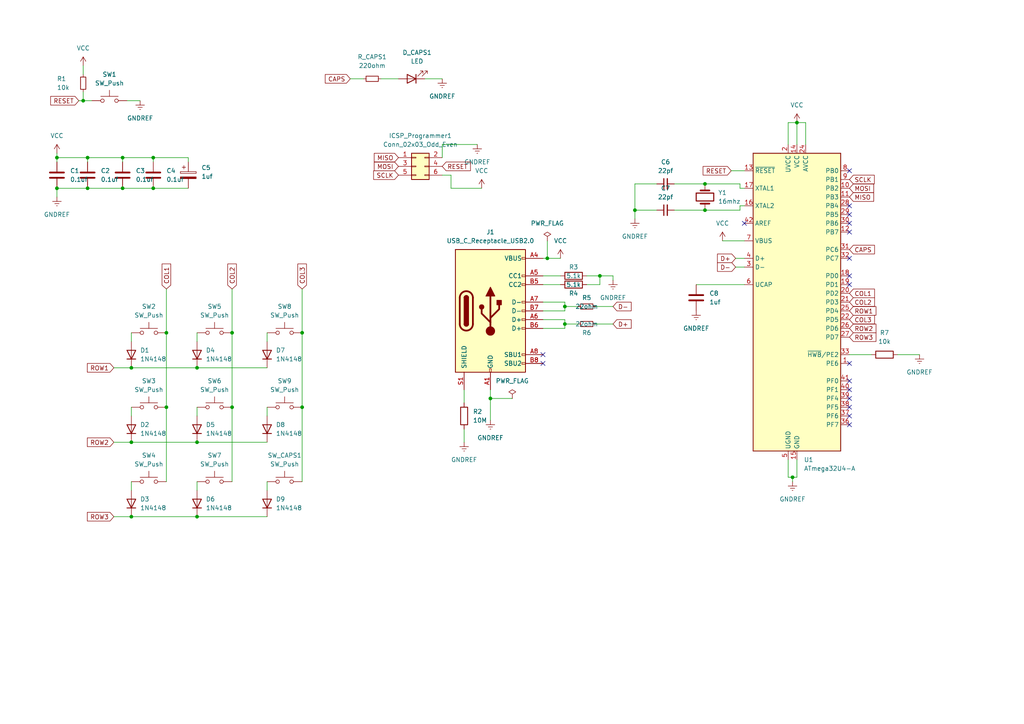
<source format=kicad_sch>
(kicad_sch (version 20211123) (generator eeschema)
  (paper "A4")
  (lib_symbols
    (symbol "Connector:USB_C_Receptacle_USB2.0" (pin_names (offset 1.016))
      (property "Reference" "J" (at -10.16 19.05 0))
      (property "Value" "USB_C_Receptacle_USB2.0" (at 19.05 19.05 0))
      (symbol "USB_C_Receptacle_USB2.0_0_0"
        (rectangle (start -0.254 -17.78) (end 0.254 -16.764))
        (rectangle (start 10.16 -14.986) (end 9.144 -15.494))
        (rectangle (start 10.16 -12.446) (end 9.144 -12.954))
        (rectangle (start 10.16 -4.826) (end 9.144 -5.334))
        (rectangle (start 10.16 -2.286) (end 9.144 -2.794))
        (rectangle (start 10.16 0.254) (end 9.144 -0.254))
        (rectangle (start 10.16 2.794) (end 9.144 2.286))
        (rectangle (start 10.16 7.874) (end 9.144 7.366))
        (rectangle (start 10.16 10.414) (end 9.144 9.906))
        (rectangle (start 10.16 15.494) (end 9.144 14.986))
      )
      (symbol "USB_C_Receptacle_USB2.0_0_1"
        (rectangle (start -10.16 17.78) (end 10.16 -17.78) (stroke (width 0.254)) (fill (type background)))
        (arc (start -8.89 -3.81) (mid -6.985 -5.715) (end -5.08 -3.81) (stroke (width 0.508)))
        (arc (start -7.62 -3.81) (mid -6.985 -4.445) (end -6.35 -3.81) (stroke (width 0.254)))
        (arc (start -7.62 -3.81) (mid -6.985 -4.445) (end -6.35 -3.81) (stroke (width 0.254)) (fill (type outline)))
        (rectangle (start -7.62 -3.81) (end -6.35 3.81) (stroke (width 0.254)) (fill (type outline)))
        (arc (start -6.35 3.81) (mid -6.985 4.445) (end -7.62 3.81) (stroke (width 0.254)))
        (arc (start -6.35 3.81) (mid -6.985 4.445) (end -7.62 3.81) (stroke (width 0.254)) (fill (type outline)))
        (arc (start -5.08 3.81) (mid -6.985 5.715) (end -8.89 3.81) (stroke (width 0.508)))
        (circle (center -2.54 1.143) (radius 0.635) (stroke (width 0.254)) (fill (type outline)))
        (circle (center 0 -5.842) (radius 1.27) (fill (type outline)))
        (polyline (pts (xy -8.89 -3.81) (xy -8.89 3.81)) (stroke (width 0.508)))
        (polyline (pts (xy -5.08 3.81) (xy -5.08 -3.81)) (stroke (width 0.508)))
        (polyline (pts (xy 0 -5.842) (xy 0 4.318)) (stroke (width 0.508)))
        (polyline (pts (xy 0 -3.302) (xy -2.54 -0.762) (xy -2.54 0.508)) (stroke (width 0.508)))
        (polyline (pts (xy 0 -2.032) (xy 2.54 0.508) (xy 2.54 1.778)) (stroke (width 0.508)))
        (polyline (pts (xy -1.27 4.318) (xy 0 6.858) (xy 1.27 4.318) (xy -1.27 4.318)) (stroke (width 0.254)) (fill (type outline)))
        (rectangle (start 1.905 1.778) (end 3.175 3.048) (stroke (width 0.254)) (fill (type outline)))
      )
      (symbol "USB_C_Receptacle_USB2.0_1_1"
        (pin passive line (at 0 -22.86 90) (length 5.08) (name "GND") (number "A1"))
        (pin passive line (at 0 -22.86 90) (length 5.08) hide (name "GND") (number "A12"))
        (pin passive line (at 15.24 15.24 180) (length 5.08) (name "VBUS") (number "A4"))
        (pin bidirectional line (at 15.24 10.16 180) (length 5.08) (name "CC1") (number "A5"))
        (pin bidirectional line (at 15.24 -2.54 180) (length 5.08) (name "D+") (number "A6"))
        (pin bidirectional line (at 15.24 2.54 180) (length 5.08) (name "D-") (number "A7"))
        (pin bidirectional line (at 15.24 -12.7 180) (length 5.08) (name "SBU1") (number "A8"))
        (pin passive line (at 15.24 15.24 180) (length 5.08) hide (name "VBUS") (number "A9"))
        (pin passive line (at 0 -22.86 90) (length 5.08) hide (name "GND") (number "B1"))
        (pin passive line (at 0 -22.86 90) (length 5.08) hide (name "GND") (number "B12"))
        (pin passive line (at 15.24 15.24 180) (length 5.08) hide (name "VBUS") (number "B4"))
        (pin bidirectional line (at 15.24 7.62 180) (length 5.08) (name "CC2") (number "B5"))
        (pin bidirectional line (at 15.24 -5.08 180) (length 5.08) (name "D+") (number "B6"))
        (pin bidirectional line (at 15.24 0 180) (length 5.08) (name "D-") (number "B7"))
        (pin bidirectional line (at 15.24 -15.24 180) (length 5.08) (name "SBU2") (number "B8"))
        (pin passive line (at 15.24 15.24 180) (length 5.08) hide (name "VBUS") (number "B9"))
        (pin passive line (at -7.62 -22.86 90) (length 5.08) (name "SHIELD") (number "S1"))
      )
    )
    (symbol "Connector_Generic:Conn_02x03_Odd_Even" (pin_names (offset 1.016) hide)
      (property "Reference" "J" (at 1.27 5.08 0))
      (property "Value" "Conn_02x03_Odd_Even" (at 1.27 -5.08 0))
      (symbol "Conn_02x03_Odd_Even_1_1"
        (rectangle (start -1.27 -2.413) (end 0 -2.667) (stroke (width 0.1524)))
        (rectangle (start -1.27 0.127) (end 0 -0.127) (stroke (width 0.1524)))
        (rectangle (start -1.27 2.667) (end 0 2.413) (stroke (width 0.1524)))
        (rectangle (start -1.27 3.81) (end 3.81 -3.81) (stroke (width 0.254)) (fill (type background)))
        (rectangle (start 3.81 -2.413) (end 2.54 -2.667) (stroke (width 0.1524)))
        (rectangle (start 3.81 0.127) (end 2.54 -0.127) (stroke (width 0.1524)))
        (rectangle (start 3.81 2.667) (end 2.54 2.413) (stroke (width 0.1524)))
        (pin passive line (at -5.08 2.54 0) (length 3.81) (name "Pin_1") (number "1"))
        (pin passive line (at 7.62 2.54 180) (length 3.81) (name "Pin_2") (number "2"))
        (pin passive line (at -5.08 0 0) (length 3.81) (name "Pin_3") (number "3"))
        (pin passive line (at 7.62 0 180) (length 3.81) (name "Pin_4") (number "4"))
        (pin passive line (at -5.08 -2.54 0) (length 3.81) (name "Pin_5") (number "5"))
        (pin passive line (at 7.62 -2.54 180) (length 3.81) (name "Pin_6") (number "6"))
      )
    )
    (symbol "Device:C" (pin_numbers hide) (pin_names (offset 0.254))
      (property "Reference" "C" (at 0.635 2.54 0))
      (property "Value" "C" (at 0.635 -2.54 0))
      (symbol "C_0_1"
        (polyline (pts (xy -2.032 -0.762) (xy 2.032 -0.762)) (stroke (width 0.508)))
        (polyline (pts (xy -2.032 0.762) (xy 2.032 0.762)) (stroke (width 0.508)))
      )
      (symbol "C_1_1"
        (pin passive line (at 0 3.81 270) (length 2.794) (name "~") (number "1"))
        (pin passive line (at 0 -3.81 90) (length 2.794) (name "~") (number "2"))
      )
    )
    (symbol "Device:C_Polarized" (pin_numbers hide) (pin_names (offset 0.254))
      (property "Reference" "C" (at 0.635 2.54 0))
      (property "Value" "C_Polarized" (at 0.635 -2.54 0))
      (symbol "C_Polarized_0_1"
        (rectangle (start -2.286 0.508) (end 2.286 1.016))
        (polyline (pts (xy -1.778 2.286) (xy -0.762 2.286)))
        (polyline (pts (xy -1.27 2.794) (xy -1.27 1.778)))
        (rectangle (start 2.286 -0.508) (end -2.286 -1.016) (fill (type outline)))
      )
      (symbol "C_Polarized_1_1"
        (pin passive line (at 0 3.81 270) (length 2.794) (name "~") (number "1"))
        (pin passive line (at 0 -3.81 90) (length 2.794) (name "~") (number "2"))
      )
    )
    (symbol "Device:C_Small" (pin_numbers hide) (pin_names (offset 0.254) hide)
      (property "Reference" "C" (at 0.254 1.778 0))
      (property "Value" "C_Small" (at 0.254 -2.032 0))
      (symbol "C_Small_0_1"
        (polyline (pts (xy -1.524 -0.508) (xy 1.524 -0.508)) (stroke (width 0.3302)))
        (polyline (pts (xy -1.524 0.508) (xy 1.524 0.508)) (stroke (width 0.3048)))
      )
      (symbol "C_Small_1_1"
        (pin passive line (at 0 2.54 270) (length 2.032) (name "~") (number "1"))
        (pin passive line (at 0 -2.54 90) (length 2.032) (name "~") (number "2"))
      )
    )
    (symbol "Device:Crystal" (pin_numbers hide) (pin_names (offset 1.016) hide)
      (property "Reference" "Y" (at 0 3.81 0))
      (property "Value" "Crystal" (at 0 -3.81 0))
      (symbol "Crystal_0_1"
        (rectangle (start -1.143 2.54) (end 1.143 -2.54) (stroke (width 0.3048)))
        (polyline (pts (xy -2.54 0) (xy -1.905 0)))
        (polyline (pts (xy -1.905 -1.27) (xy -1.905 1.27)) (stroke (width 0.508)))
        (polyline (pts (xy 1.905 -1.27) (xy 1.905 1.27)) (stroke (width 0.508)))
        (polyline (pts (xy 2.54 0) (xy 1.905 0)))
      )
      (symbol "Crystal_1_1"
        (pin passive line (at -3.81 0 0) (length 1.27) (name "1") (number "1"))
        (pin passive line (at 3.81 0 180) (length 1.27) (name "2") (number "2"))
      )
    )
    (symbol "Device:LED" (pin_numbers hide) (pin_names (offset 1.016) hide)
      (property "Reference" "D" (at 0 2.54 0))
      (property "Value" "LED" (at 0 -2.54 0))
      (symbol "LED_0_1"
        (polyline (pts (xy -1.27 -1.27) (xy -1.27 1.27)) (stroke (width 0.254)))
        (polyline (pts (xy -1.27 0) (xy 1.27 0)))
        (polyline (pts (xy 1.27 -1.27) (xy 1.27 1.27) (xy -1.27 0) (xy 1.27 -1.27)) (stroke (width 0.254)))
        (polyline (pts (xy -3.048 -0.762) (xy -4.572 -2.286) (xy -3.81 -2.286) (xy -4.572 -2.286) (xy -4.572 -1.524)))
        (polyline (pts (xy -1.778 -0.762) (xy -3.302 -2.286) (xy -2.54 -2.286) (xy -3.302 -2.286) (xy -3.302 -1.524)))
      )
      (symbol "LED_1_1"
        (pin passive line (at -3.81 0 0) (length 2.54) (name "K") (number "1"))
        (pin passive line (at 3.81 0 180) (length 2.54) (name "A") (number "2"))
      )
    )
    (symbol "Device:R" (pin_numbers hide) (pin_names (offset 0))
      (property "Reference" "R" (at 2.032 0 90))
      (property "Value" "R" (at 0 0 90))
      (symbol "R_0_1"
        (rectangle (start -1.016 -2.54) (end 1.016 2.54) (stroke (width 0.254)))
      )
      (symbol "R_1_1"
        (pin passive line (at 0 3.81 270) (length 1.27) (name "~") (number "1"))
        (pin passive line (at 0 -3.81 90) (length 1.27) (name "~") (number "2"))
      )
    )
    (symbol "Device:R_Small" (pin_numbers hide) (pin_names (offset 0.254) hide)
      (property "Reference" "R" (at 0.762 0.508 0))
      (property "Value" "R_Small" (at 0.762 -1.016 0))
      (symbol "R_Small_0_1"
        (rectangle (start -0.762 1.778) (end 0.762 -1.778) (stroke (width 0.2032)))
      )
      (symbol "R_Small_1_1"
        (pin passive line (at 0 2.54 270) (length 0.762) (name "~") (number "1"))
        (pin passive line (at 0 -2.54 90) (length 0.762) (name "~") (number "2"))
      )
    )
    (symbol "Diode:1N4148" (pin_numbers hide) (pin_names (offset 1.016) hide)
      (property "Reference" "D" (at 0 2.54 0))
      (property "Value" "1N4148" (at 0 -2.54 0))
      (symbol "1N4148_0_1"
        (polyline (pts (xy -1.27 1.27) (xy -1.27 -1.27)) (stroke (width 0.254)))
        (polyline (pts (xy 1.27 0) (xy -1.27 0)))
        (polyline (pts (xy 1.27 1.27) (xy 1.27 -1.27) (xy -1.27 0) (xy 1.27 1.27)) (stroke (width 0.254)))
      )
      (symbol "1N4148_1_1"
        (pin passive line (at -3.81 0 0) (length 2.54) (name "K") (number "1"))
        (pin passive line (at 3.81 0 180) (length 2.54) (name "A") (number "2"))
      )
    )
    (symbol "MCU_Microchip_ATmega:ATmega32U4-A"
      (property "Reference" "U" (at -12.7 44.45 0))
      (property "Value" "ATmega32U4-A" (at 2.54 -44.45 0))
      (symbol "ATmega32U4-A_0_1"
        (rectangle (start -12.7 -43.18) (end 12.7 43.18) (stroke (width 0.254)) (fill (type background)))
      )
      (symbol "ATmega32U4-A_1_1"
        (pin bidirectional line (at 15.24 -17.78 180) (length 2.54) (name "PE6") (number "1"))
        (pin bidirectional line (at 15.24 33.02 180) (length 2.54) (name "PB2") (number "10"))
        (pin bidirectional line (at 15.24 30.48 180) (length 2.54) (name "PB3") (number "11"))
        (pin bidirectional line (at 15.24 20.32 180) (length 2.54) (name "PB7") (number "12"))
        (pin input line (at -15.24 38.1 0) (length 2.54) (name "~{RESET}") (number "13"))
        (pin power_in line (at 0 45.72 270) (length 2.54) (name "VCC") (number "14"))
        (pin power_in line (at 0 -45.72 90) (length 2.54) (name "GND") (number "15"))
        (pin output line (at -15.24 27.94 0) (length 2.54) (name "XTAL2") (number "16"))
        (pin input line (at -15.24 33.02 0) (length 2.54) (name "XTAL1") (number "17"))
        (pin bidirectional line (at 15.24 7.62 180) (length 2.54) (name "PD0") (number "18"))
        (pin bidirectional line (at 15.24 5.08 180) (length 2.54) (name "PD1") (number "19"))
        (pin power_in line (at -2.54 45.72 270) (length 2.54) (name "UVCC") (number "2"))
        (pin bidirectional line (at 15.24 2.54 180) (length 2.54) (name "PD2") (number "20"))
        (pin bidirectional line (at 15.24 0 180) (length 2.54) (name "PD3") (number "21"))
        (pin bidirectional line (at 15.24 -5.08 180) (length 2.54) (name "PD5") (number "22"))
        (pin passive line (at 0 -45.72 90) (length 2.54) hide (name "GND") (number "23"))
        (pin power_in line (at 2.54 45.72 270) (length 2.54) (name "AVCC") (number "24"))
        (pin bidirectional line (at 15.24 -2.54 180) (length 2.54) (name "PD4") (number "25"))
        (pin bidirectional line (at 15.24 -7.62 180) (length 2.54) (name "PD6") (number "26"))
        (pin bidirectional line (at 15.24 -10.16 180) (length 2.54) (name "PD7") (number "27"))
        (pin bidirectional line (at 15.24 27.94 180) (length 2.54) (name "PB4") (number "28"))
        (pin bidirectional line (at 15.24 25.4 180) (length 2.54) (name "PB5") (number "29"))
        (pin bidirectional line (at -15.24 10.16 0) (length 2.54) (name "D-") (number "3"))
        (pin bidirectional line (at 15.24 22.86 180) (length 2.54) (name "PB6") (number "30"))
        (pin bidirectional line (at 15.24 15.24 180) (length 2.54) (name "PC6") (number "31"))
        (pin bidirectional line (at 15.24 12.7 180) (length 2.54) (name "PC7") (number "32"))
        (pin bidirectional line (at 15.24 -15.24 180) (length 2.54) (name "~{HWB}/PE2") (number "33"))
        (pin passive line (at 0 45.72 270) (length 2.54) hide (name "VCC") (number "34"))
        (pin passive line (at 0 -45.72 90) (length 2.54) hide (name "GND") (number "35"))
        (pin bidirectional line (at 15.24 -35.56 180) (length 2.54) (name "PF7") (number "36"))
        (pin bidirectional line (at 15.24 -33.02 180) (length 2.54) (name "PF6") (number "37"))
        (pin bidirectional line (at 15.24 -30.48 180) (length 2.54) (name "PF5") (number "38"))
        (pin bidirectional line (at 15.24 -27.94 180) (length 2.54) (name "PF4") (number "39"))
        (pin bidirectional line (at -15.24 12.7 0) (length 2.54) (name "D+") (number "4"))
        (pin bidirectional line (at 15.24 -25.4 180) (length 2.54) (name "PF1") (number "40"))
        (pin bidirectional line (at 15.24 -22.86 180) (length 2.54) (name "PF0") (number "41"))
        (pin passive line (at -15.24 22.86 0) (length 2.54) (name "AREF") (number "42"))
        (pin passive line (at 0 -45.72 90) (length 2.54) hide (name "GND") (number "43"))
        (pin passive line (at 2.54 45.72 270) (length 2.54) hide (name "AVCC") (number "44"))
        (pin passive line (at -2.54 -45.72 90) (length 2.54) (name "UGND") (number "5"))
        (pin passive line (at -15.24 5.08 0) (length 2.54) (name "UCAP") (number "6"))
        (pin input line (at -15.24 17.78 0) (length 2.54) (name "VBUS") (number "7"))
        (pin bidirectional line (at 15.24 38.1 180) (length 2.54) (name "PB0") (number "8"))
        (pin bidirectional line (at 15.24 35.56 180) (length 2.54) (name "PB1") (number "9"))
      )
    )
    (symbol "Switch:SW_Push" (pin_numbers hide) (pin_names (offset 1.016) hide)
      (property "Reference" "SW" (at 1.27 2.54 0))
      (property "Value" "SW_Push" (at 0 -1.524 0))
      (symbol "SW_Push_0_1"
        (circle (center -2.032 0) (radius 0.508))
        (polyline (pts (xy 0 1.27) (xy 0 3.048)))
        (polyline (pts (xy 2.54 1.27) (xy -2.54 1.27)))
        (circle (center 2.032 0) (radius 0.508))
        (pin passive line (at -5.08 0 0) (length 2.54) (name "1") (number "1"))
        (pin passive line (at 5.08 0 180) (length 2.54) (name "2") (number "2"))
      )
    )
    (symbol "power:GNDREF" (power) (pin_names (offset 0))
      (property "Value" "GNDREF" (at 0 -3.81 0))
      (symbol "GNDREF_0_1"
        (polyline (pts (xy -0.635 -1.905) (xy 0.635 -1.905)))
        (polyline (pts (xy -0.127 -2.54) (xy 0.127 -2.54)))
        (polyline (pts (xy 0 -1.27) (xy 0 0)))
        (polyline (pts (xy 1.27 -1.27) (xy -1.27 -1.27)))
      )
      (symbol "GNDREF_1_1"
        (pin power_in line (at 0 0 270) (length 0) hide (name "GNDREF") (number "1"))
      )
    )
    (symbol "power:PWR_FLAG" (power) (pin_numbers hide) (pin_names (offset 0) hide)
      (property "Value" "PWR_FLAG" (at 0 3.81 0))
      (symbol "PWR_FLAG_0_0"
        (pin power_out line (at 0 0 90) (length 0) (name "pwr") (number "1"))
      )
      (symbol "PWR_FLAG_0_1"
        (polyline (pts (xy 0 0) (xy 0 1.27) (xy -1.016 1.905) (xy 0 2.54) (xy 1.016 1.905) (xy 0 1.27)))
      )
    )
    (symbol "power:VCC" (power) (pin_names (offset 0))
      (property "Value" "VCC" (at 0 3.81 0))
      (symbol "VCC_0_1"
        (polyline (pts (xy -0.762 1.27) (xy 0 2.54)))
        (polyline (pts (xy 0 0) (xy 0 2.54)))
        (polyline (pts (xy 0 2.54) (xy 0.762 1.27)))
      )
      (symbol "VCC_1_1"
        (pin power_in line (at 0 0 90) (length 0) hide (name "VCC") (number "1"))
      )
    )
  )
  (junction (at 163.83 93.98))
  (junction (at 87.63 96.52))
  (junction (at 67.31 96.52))
  (junction (at 25.4 45.72))
  (junction (at 204.47 53.34))
  (junction (at 48.26 118.11))
  (junction (at 57.15 128.27))
  (junction (at 44.45 54.61))
  (junction (at 16.51 54.61))
  (junction (at 57.15 106.68))
  (junction (at 184.15 60.96))
  (junction (at 173.99 80.01))
  (junction (at 25.4 54.61))
  (junction (at 87.63 118.11))
  (junction (at 163.83 88.9))
  (junction (at 229.87 138.43))
  (junction (at 142.24 115.57))
  (junction (at 38.1 149.86))
  (junction (at 231.14 35.56))
  (junction (at 57.15 149.86))
  (junction (at 35.56 45.72))
  (junction (at 38.1 128.27))
  (junction (at 44.45 45.72))
  (junction (at 67.31 118.11))
  (junction (at 24.13 29.21))
  (junction (at 204.47 60.96))
  (junction (at 38.1 106.68))
  (junction (at 16.51 45.72))
  (junction (at 158.75 74.93))
  (junction (at 48.26 96.52))
  (junction (at 35.56 54.61))
  (no_connect (at 157.48 102.87))
  (no_connect (at 157.48 105.41))
  (no_connect (at 215.9 64.77))
  (no_connect (at 246.38 82.55))
  (no_connect (at 246.38 80.01))
  (no_connect (at 246.38 74.93))
  (no_connect (at 246.38 59.69))
  (no_connect (at 246.38 120.65))
  (no_connect (at 246.38 123.19))
  (no_connect (at 246.38 118.11))
  (no_connect (at 246.38 110.49))
  (no_connect (at 246.38 113.03))
  (no_connect (at 246.38 115.57))
  (no_connect (at 246.38 62.23))
  (no_connect (at 246.38 64.77))
  (no_connect (at 246.38 67.31))
  (no_connect (at 246.38 105.41))
  (no_connect (at 246.38 49.53))
  (wire (pts (xy 130.81 50.8) (xy 130.81 54.61)))
  (wire (pts (xy 24.13 19.05) (xy 24.13 21.59)))
  (wire (pts (xy 228.6 41.91) (xy 228.6 35.56)))
  (wire (pts (xy 35.56 45.72) (xy 44.45 45.72)))
  (wire (pts (xy 158.75 74.93) (xy 162.56 74.93)))
  (wire (pts (xy 172.72 88.9) (xy 177.8 88.9)))
  (wire (pts (xy 38.1 128.27) (xy 57.15 128.27)))
  (wire (pts (xy 25.4 45.72) (xy 25.4 46.99)))
  (wire (pts (xy 177.8 80.01) (xy 177.8 81.28)))
  (wire (pts (xy 158.75 69.85) (xy 158.75 74.93)))
  (wire (pts (xy 215.9 54.61) (xy 214.63 54.61)))
  (wire (pts (xy 77.47 139.7) (xy 77.47 142.24)))
  (wire (pts (xy 77.47 96.52) (xy 77.47 99.06)))
  (wire (pts (xy 142.24 113.03) (xy 142.24 115.57)))
  (wire (pts (xy 123.19 22.86) (xy 128.27 22.86)))
  (wire (pts (xy 139.7 54.61) (xy 130.81 54.61)))
  (wire (pts (xy 36.83 29.21) (xy 40.64 29.21)))
  (wire (pts (xy 57.15 139.7) (xy 57.15 142.24)))
  (wire (pts (xy 231.14 138.43) (xy 229.87 138.43)))
  (wire (pts (xy 184.15 60.96) (xy 184.15 63.5)))
  (wire (pts (xy 163.83 93.98) (xy 167.64 93.98)))
  (wire (pts (xy 44.45 45.72) (xy 54.61 45.72)))
  (wire (pts (xy 214.63 59.69) (xy 214.63 60.96)))
  (wire (pts (xy 212.09 49.53) (xy 215.9 49.53)))
  (wire (pts (xy 170.18 80.01) (xy 173.99 80.01)))
  (wire (pts (xy 260.35 102.87) (xy 266.7 102.87)))
  (wire (pts (xy 213.36 77.47) (xy 215.9 77.47)))
  (wire (pts (xy 157.48 80.01) (xy 162.56 80.01)))
  (wire (pts (xy 22.86 29.21) (xy 24.13 29.21)))
  (wire (pts (xy 172.72 93.98) (xy 177.8 93.98)))
  (wire (pts (xy 163.83 92.71) (xy 163.83 93.98)))
  (wire (pts (xy 215.9 59.69) (xy 214.63 59.69)))
  (wire (pts (xy 38.1 149.86) (xy 57.15 149.86)))
  (wire (pts (xy 87.63 83.82) (xy 87.63 96.52)))
  (wire (pts (xy 228.6 138.43) (xy 229.87 138.43)))
  (wire (pts (xy 184.15 60.96) (xy 190.5 60.96)))
  (wire (pts (xy 25.4 45.72) (xy 35.56 45.72)))
  (wire (pts (xy 110.49 22.86) (xy 115.57 22.86)))
  (wire (pts (xy 25.4 54.61) (xy 35.56 54.61)))
  (wire (pts (xy 170.18 82.55) (xy 173.99 82.55)))
  (wire (pts (xy 48.26 96.52) (xy 48.26 118.11)))
  (wire (pts (xy 190.5 53.34) (xy 184.15 53.34)))
  (wire (pts (xy 157.48 87.63) (xy 163.83 87.63)))
  (wire (pts (xy 157.48 92.71) (xy 163.83 92.71)))
  (wire (pts (xy 229.87 138.43) (xy 229.87 139.7)))
  (wire (pts (xy 163.83 95.25) (xy 163.83 93.98)))
  (wire (pts (xy 57.15 106.68) (xy 77.47 106.68)))
  (wire (pts (xy 228.6 133.35) (xy 228.6 138.43)))
  (wire (pts (xy 173.99 80.01) (xy 177.8 80.01)))
  (wire (pts (xy 231.14 35.56) (xy 231.14 41.91)))
  (wire (pts (xy 16.51 45.72) (xy 25.4 45.72)))
  (wire (pts (xy 128.27 41.91) (xy 128.27 45.72)))
  (wire (pts (xy 33.02 149.86) (xy 38.1 149.86)))
  (wire (pts (xy 33.02 128.27) (xy 38.1 128.27)))
  (wire (pts (xy 128.27 50.8) (xy 130.81 50.8)))
  (wire (pts (xy 233.68 35.56) (xy 231.14 35.56)))
  (wire (pts (xy 138.43 41.91) (xy 128.27 41.91)))
  (wire (pts (xy 134.62 113.03) (xy 134.62 116.84)))
  (wire (pts (xy 35.56 45.72) (xy 35.56 46.99)))
  (wire (pts (xy 163.83 90.17) (xy 163.83 88.9)))
  (wire (pts (xy 246.38 102.87) (xy 252.73 102.87)))
  (wire (pts (xy 142.24 115.57) (xy 148.59 115.57)))
  (wire (pts (xy 214.63 60.96) (xy 204.47 60.96)))
  (wire (pts (xy 213.36 74.93) (xy 215.9 74.93)))
  (wire (pts (xy 157.48 74.93) (xy 158.75 74.93)))
  (wire (pts (xy 214.63 53.34) (xy 204.47 53.34)))
  (wire (pts (xy 67.31 118.11) (xy 67.31 139.7)))
  (wire (pts (xy 101.6 22.86) (xy 105.41 22.86)))
  (wire (pts (xy 184.15 53.34) (xy 184.15 60.96)))
  (wire (pts (xy 38.1 96.52) (xy 38.1 99.06)))
  (wire (pts (xy 228.6 35.56) (xy 231.14 35.56)))
  (wire (pts (xy 157.48 95.25) (xy 163.83 95.25)))
  (wire (pts (xy 195.58 60.96) (xy 204.47 60.96)))
  (wire (pts (xy 38.1 106.68) (xy 57.15 106.68)))
  (wire (pts (xy 67.31 83.82) (xy 67.31 96.52)))
  (wire (pts (xy 142.24 115.57) (xy 142.24 121.92)))
  (wire (pts (xy 87.63 96.52) (xy 87.63 118.11)))
  (wire (pts (xy 201.93 82.55) (xy 215.9 82.55)))
  (wire (pts (xy 57.15 96.52) (xy 57.15 99.06)))
  (wire (pts (xy 57.15 118.11) (xy 57.15 120.65)))
  (wire (pts (xy 163.83 87.63) (xy 163.83 88.9)))
  (wire (pts (xy 33.02 106.68) (xy 38.1 106.68)))
  (wire (pts (xy 209.55 69.85) (xy 215.9 69.85)))
  (wire (pts (xy 231.14 133.35) (xy 231.14 138.43)))
  (wire (pts (xy 16.51 45.72) (xy 16.51 46.99)))
  (wire (pts (xy 157.48 82.55) (xy 162.56 82.55)))
  (wire (pts (xy 214.63 54.61) (xy 214.63 53.34)))
  (wire (pts (xy 48.26 83.82) (xy 48.26 96.52)))
  (wire (pts (xy 67.31 96.52) (xy 67.31 118.11)))
  (wire (pts (xy 87.63 118.11) (xy 87.63 139.7)))
  (wire (pts (xy 24.13 26.67) (xy 24.13 29.21)))
  (wire (pts (xy 44.45 45.72) (xy 44.45 46.99)))
  (wire (pts (xy 77.47 118.11) (xy 77.47 120.65)))
  (wire (pts (xy 134.62 124.46) (xy 134.62 128.27)))
  (wire (pts (xy 38.1 118.11) (xy 38.1 120.65)))
  (wire (pts (xy 163.83 88.9) (xy 167.64 88.9)))
  (wire (pts (xy 54.61 45.72) (xy 54.61 46.99)))
  (wire (pts (xy 24.13 29.21) (xy 26.67 29.21)))
  (wire (pts (xy 16.51 54.61) (xy 25.4 54.61)))
  (wire (pts (xy 173.99 82.55) (xy 173.99 80.01)))
  (wire (pts (xy 57.15 128.27) (xy 77.47 128.27)))
  (wire (pts (xy 38.1 139.7) (xy 38.1 142.24)))
  (wire (pts (xy 57.15 149.86) (xy 77.47 149.86)))
  (wire (pts (xy 16.51 44.45) (xy 16.51 45.72)))
  (wire (pts (xy 157.48 90.17) (xy 163.83 90.17)))
  (wire (pts (xy 35.56 54.61) (xy 44.45 54.61)))
  (wire (pts (xy 16.51 54.61) (xy 16.51 57.15)))
  (wire (pts (xy 44.45 54.61) (xy 54.61 54.61)))
  (wire (pts (xy 195.58 53.34) (xy 204.47 53.34)))
  (wire (pts (xy 233.68 41.91) (xy 233.68 35.56)))
  (wire (pts (xy 48.26 118.11) (xy 48.26 139.7)))
  (global_label "RESET" (shape input) (at 212.09 49.53 180) (property "Intersheet References" "${INTERSHEET_REFS}" (effects hide)))
  (global_label "COL3" (shape input) (at 246.38 92.71 0) (property "Intersheet References" "${INTERSHEET_REFS}" (effects hide)))
  (global_label "CAPS" (shape input) (at 246.38 72.39 0) (property "Intersheet References" "${INTERSHEET_REFS}" (effects hide)))
  (global_label "D-" (shape input) (at 177.8 88.9 0) (property "Intersheet References" "${INTERSHEET_REFS}" (effects hide)))
  (global_label "ROW2" (shape input) (at 246.38 95.25 0) (property "Intersheet References" "${INTERSHEET_REFS}" (effects hide)))
  (global_label "COL1" (shape input) (at 246.38 85.09 0) (property "Intersheet References" "${INTERSHEET_REFS}" (effects hide)))
  (global_label "D-" (shape input) (at 213.36 77.47 180) (property "Intersheet References" "${INTERSHEET_REFS}" (effects hide)))
  (global_label "ROW2" (shape input) (at 33.02 128.27 180) (property "Intersheet References" "${INTERSHEET_REFS}" (effects hide)))
  (global_label "COL3" (shape input) (at 87.63 83.82 90) (property "Intersheet References" "${INTERSHEET_REFS}" (effects hide)))
  (global_label "CAPS" (shape input) (at 101.6 22.86 180) (property "Intersheet References" "${INTERSHEET_REFS}" (effects hide)))
  (global_label "SCLK" (shape input) (at 246.38 52.07 0) (property "Intersheet References" "${INTERSHEET_REFS}" (effects hide)))
  (global_label "ROW1" (shape input) (at 33.02 106.68 180) (property "Intersheet References" "${INTERSHEET_REFS}" (effects hide)))
  (global_label "D+" (shape input) (at 177.8 93.98 0) (property "Intersheet References" "${INTERSHEET_REFS}" (effects hide)))
  (global_label "COL1" (shape input) (at 48.26 83.82 90) (property "Intersheet References" "${INTERSHEET_REFS}" (effects hide)))
  (global_label "COL2" (shape input) (at 246.38 87.63 0) (property "Intersheet References" "${INTERSHEET_REFS}" (effects hide)))
  (global_label "RESET" (shape input) (at 128.27 48.26 0) (property "Intersheet References" "${INTERSHEET_REFS}" (effects hide)))
  (global_label "ROW1" (shape input) (at 246.38 90.17 0) (property "Intersheet References" "${INTERSHEET_REFS}" (effects hide)))
  (global_label "ROW3" (shape input) (at 246.38 97.79 0) (property "Intersheet References" "${INTERSHEET_REFS}" (effects hide)))
  (global_label "MISO" (shape input) (at 115.57 45.72 180) (property "Intersheet References" "${INTERSHEET_REFS}" (effects hide)))
  (global_label "MOSI" (shape input) (at 115.57 48.26 180) (property "Intersheet References" "${INTERSHEET_REFS}" (effects hide)))
  (global_label "SCLK" (shape input) (at 115.57 50.8 180) (property "Intersheet References" "${INTERSHEET_REFS}" (effects hide)))
  (global_label "MOSI" (shape input) (at 246.38 54.61 0) (property "Intersheet References" "${INTERSHEET_REFS}" (effects hide)))
  (global_label "MISO" (shape input) (at 246.38 57.15 0) (property "Intersheet References" "${INTERSHEET_REFS}" (effects hide)))
  (global_label "COL2" (shape input) (at 67.31 83.82 90) (property "Intersheet References" "${INTERSHEET_REFS}" (effects hide)))
  (global_label "RESET" (shape input) (at 22.86 29.21 180) (property "Intersheet References" "${INTERSHEET_REFS}" (effects hide)))
  (global_label "D+" (shape input) (at 213.36 74.93 180) (property "Intersheet References" "${INTERSHEET_REFS}" (effects hide)))
  (global_label "ROW3" (shape input) (at 33.02 149.86 180) (property "Intersheet References" "${INTERSHEET_REFS}" (effects hide)))
  (symbol (lib_id "Switch:SW_Push") (at 82.55 96.52 0) (unit 1)
    (property "Reference" "SW8" (at 82.55 88.9 0))
    (property "Value" "SW_Push" (at 82.55 91.44 0))
    (property "Footprint" "Button_Switch_THT:SW_PUSH_6mm" (effects hide))
  )
  (symbol (lib_id "power:VCC") (at 209.55 69.85 0) (unit 1)
    (property "Reference" "#PWR011" (effects hide))
    (property "Value" "VCC" (at 209.55 64.77 0))
  )
  (symbol (lib_id "power:GNDREF") (at 138.43 41.91 0) (unit 1)
    (property "Reference" "#PWR?" (effects hide))
    (property "Value" "GNDREF" (at 138.43 46.99 0))
  )
  (symbol (lib_id "MCU_Microchip_ATmega:ATmega32U4-A") (at 231.14 87.63 0) (unit 1)
    (property "Reference" "U1" (at 233.1594 133.35 0) (effects (justify left)))
    (property "Value" "ATmega32U4-A" (at 233.1594 135.89 0) (effects (justify left)))
    (property "Footprint" "Package_QFP:TQFP-44_10x10mm_P0.8mm" (effects hide))
    (property "Datasheet" "http://ww1.microchip.com/downloads/en/DeviceDoc/Atmel-7766-8-bit-AVR-ATmega16U4-32U4_Datasheet.pdf" (effects hide))
  )
  (symbol (lib_id "Device:C") (at 25.4 50.8 0) (unit 1)
    (property "Reference" "C2" (at 29.21 49.5299 0) (effects (justify left)))
    (property "Value" "0.1uf" (at 29.21 52.0699 0) (effects (justify left)))
    (property "Footprint" "Capacitor_THT:C_Disc_D3.0mm_W1.6mm_P2.50mm" (effects hide))
  )
  (symbol (lib_id "Switch:SW_Push") (at 82.55 139.7 0) (unit 1)
    (property "Reference" "SW_CAPS1" (at 82.55 132.08 0))
    (property "Value" "SW_Push" (at 82.55 134.62 0))
    (property "Footprint" "Button_Switch_THT:SW_PUSH_6mm" (effects hide))
  )
  (symbol (lib_id "Device:R_Small") (at 107.95 22.86 90) (unit 1)
    (property "Reference" "R_CAPS1" (at 107.95 16.51 90))
    (property "Value" "220ohm" (at 107.95 19.05 90))
    (property "Footprint" "Resistor_THT:R_Axial_DIN0204_L3.6mm_D1.6mm_P5.08mm_Horizontal" (effects hide))
  )
  (symbol (lib_id "Diode:1N4148") (at 57.15 124.46 90) (unit 1)
    (property "Reference" "D5" (at 59.69 123.1899 90) (effects (justify right)))
    (property "Value" "1N4148" (at 59.69 125.7299 90) (effects (justify right)))
    (property "Footprint" "Diode_THT:D_DO-35_SOD27_P7.62mm_Horizontal" (effects hide))
    (property "Datasheet" "https://assets.nexperia.com/documents/data-sheet/1N4148_1N4448.pdf" (effects hide))
  )
  (symbol (lib_id "Connector_Generic:Conn_02x03_Odd_Even") (at 120.65 48.26 0) (unit 1)
    (property "Reference" "ICSP_Programmer1" (at 121.92 39.37 0))
    (property "Value" "Conn_02x03_Odd_Even" (at 121.92 41.91 0))
    (property "Footprint" "Connector_PinHeader_2.00mm:PinHeader_2x03_P2.00mm_Vertical" (effects hide))
  )
  (symbol (lib_id "power:GNDREF") (at 16.51 57.15 0) (unit 1)
    (property "Reference" "#PWR02" (effects hide))
    (property "Value" "GNDREF" (at 16.51 62.23 0))
  )
  (symbol (lib_id "Diode:1N4148") (at 57.15 102.87 90) (unit 1)
    (property "Reference" "D4" (at 59.69 101.5999 90) (effects (justify right)))
    (property "Value" "1N4148" (at 59.69 104.1399 90) (effects (justify right)))
    (property "Footprint" "Diode_THT:D_DO-35_SOD27_P7.62mm_Horizontal" (effects hide))
    (property "Datasheet" "https://assets.nexperia.com/documents/data-sheet/1N4148_1N4448.pdf" (effects hide))
  )
  (symbol (lib_id "Diode:1N4148") (at 77.47 124.46 90) (unit 1)
    (property "Reference" "D8" (at 80.01 123.1899 90) (effects (justify right)))
    (property "Value" "1N4148" (at 80.01 125.7299 90) (effects (justify right)))
    (property "Footprint" "Diode_THT:D_DO-35_SOD27_P7.62mm_Horizontal" (effects hide))
    (property "Datasheet" "https://assets.nexperia.com/documents/data-sheet/1N4148_1N4448.pdf" (effects hide))
  )
  (symbol (lib_id "Diode:1N4148") (at 38.1 102.87 90) (unit 1)
    (property "Reference" "D1" (at 40.64 101.5999 90) (effects (justify right)))
    (property "Value" "1N4148" (at 40.64 104.1399 90) (effects (justify right)))
    (property "Footprint" "Diode_THT:D_DO-35_SOD27_P7.62mm_Horizontal" (effects hide))
    (property "Datasheet" "https://assets.nexperia.com/documents/data-sheet/1N4148_1N4448.pdf" (effects hide))
  )
  (symbol (lib_id "Connector:USB_C_Receptacle_USB2.0") (at 142.24 90.17 0) (unit 1)
    (property "Reference" "J1" (at 142.24 67.31 0))
    (property "Value" "USB_C_Receptacle_USB2.0" (at 142.24 69.85 0))
    (property "Footprint" "Connector_USB:USB_C_Receptacle_HRO_TYPE-C-31-M-12" (effects hide))
    (property "Datasheet" "https://www.usb.org/sites/default/files/documents/usb_type-c.zip" (effects hide))
  )
  (symbol (lib_id "power:GNDREF") (at 142.24 121.92 0) (unit 1)
    (property "Reference" "#PWR06" (effects hide))
    (property "Value" "GNDREF" (at 142.24 127 0))
  )
  (symbol (lib_id "Device:C") (at 201.93 86.36 0) (unit 1)
    (property "Reference" "C8" (at 205.74 85.0899 0) (effects (justify left)))
    (property "Value" "1uf" (at 205.74 87.6299 0) (effects (justify left)))
    (property "Footprint" "Capacitor_THT:CP_Radial_D4.0mm_P1.50mm" (effects hide))
  )
  (symbol (lib_id "Device:R") (at 166.37 82.55 90) (unit 1)
    (property "Reference" "R4" (at 166.37 85.09 90))
    (property "Value" "5.1k" (at 166.37 82.55 90))
    (property "Footprint" "Resistor_THT:R_Axial_DIN0204_L3.6mm_D1.6mm_P5.08mm_Horizontal" (effects hide))
  )
  (symbol (lib_id "Device:R") (at 134.62 120.65 0) (unit 1)
    (property "Reference" "R2" (at 137.16 119.3799 0) (effects (justify left)))
    (property "Value" "10M" (at 137.16 121.9199 0) (effects (justify left)))
    (property "Footprint" "Resistor_THT:R_Axial_DIN0204_L3.6mm_D1.6mm_P5.08mm_Horizontal" (effects hide))
  )
  (symbol (lib_id "power:GNDREF") (at 266.7 102.87 0) (unit 1)
    (property "Reference" "#PWR014" (effects hide))
    (property "Value" "GNDREF" (at 266.7 107.95 0))
  )
  (symbol (lib_id "Switch:SW_Push") (at 62.23 139.7 0) (unit 1)
    (property "Reference" "SW7" (at 62.23 132.08 0))
    (property "Value" "SW_Push" (at 62.23 134.62 0))
    (property "Footprint" "Button_Switch_THT:SW_PUSH_6mm" (effects hide))
  )
  (symbol (lib_id "Diode:1N4148") (at 38.1 124.46 90) (unit 1)
    (property "Reference" "D2" (at 40.64 123.1899 90) (effects (justify right)))
    (property "Value" "1N4148" (at 40.64 125.7299 90) (effects (justify right)))
    (property "Footprint" "Diode_THT:D_DO-35_SOD27_P7.62mm_Horizontal" (effects hide))
    (property "Datasheet" "https://assets.nexperia.com/documents/data-sheet/1N4148_1N4448.pdf" (effects hide))
  )
  (symbol (lib_id "power:PWR_FLAG") (at 148.59 115.57 0) (unit 1)
    (property "Reference" "#FLG0102" (effects hide))
    (property "Value" "PWR_FLAG" (at 148.59 110.49 0))
  )
  (symbol (lib_id "Device:C") (at 16.51 50.8 0) (unit 1)
    (property "Reference" "C1" (at 20.32 49.5299 0) (effects (justify left)))
    (property "Value" "0.1uf" (at 20.32 52.0699 0) (effects (justify left)))
    (property "Footprint" "Capacitor_THT:C_Disc_D3.0mm_W1.6mm_P2.50mm" (effects hide))
  )
  (symbol (lib_id "Device:R_Small") (at 24.13 24.13 180) (unit 1)
    (property "Reference" "R1" (at 16.51 22.86 0) (effects (justify right)))
    (property "Value" "10k" (at 16.51 25.4 0) (effects (justify right)))
    (property "Footprint" "Resistor_THT:R_Axial_DIN0204_L3.6mm_D1.6mm_P5.08mm_Horizontal" (effects hide))
  )
  (symbol (lib_id "Switch:SW_Push") (at 43.18 96.52 0) (unit 1)
    (property "Reference" "SW2" (at 43.18 88.9 0))
    (property "Value" "SW_Push" (at 43.18 91.44 0))
    (property "Footprint" "Button_Switch_THT:SW_PUSH_6mm" (effects hide))
  )
  (symbol (lib_id "power:VCC") (at 16.51 44.45 0) (unit 1)
    (property "Reference" "#PWR01" (effects hide))
    (property "Value" "VCC" (at 16.51 39.37 0))
  )
  (symbol (lib_id "Switch:SW_Push") (at 43.18 139.7 0) (unit 1)
    (property "Reference" "SW4" (at 43.18 132.08 0))
    (property "Value" "SW_Push" (at 43.18 134.62 0))
    (property "Footprint" "Button_Switch_THT:SW_PUSH_6mm" (effects hide))
  )
  (symbol (lib_id "Device:LED") (at 119.38 22.86 180) (unit 1)
    (property "Reference" "D_CAPS1" (at 120.9675 15.24 0))
    (property "Value" "LED" (at 120.9675 17.78 0))
    (property "Footprint" "LED_THT:LED_D3.0mm" (effects hide))
  )
  (symbol (lib_id "power:GNDREF") (at 184.15 63.5 0) (unit 1)
    (property "Reference" "#PWR09" (effects hide))
    (property "Value" "GNDREF" (at 184.15 68.58 0))
  )
  (symbol (lib_id "power:VCC") (at 231.14 35.56 0) (unit 1)
    (property "Reference" "#PWR013" (effects hide))
    (property "Value" "VCC" (at 231.14 30.48 0))
  )
  (symbol (lib_id "power:GNDREF") (at 201.93 90.17 0) (unit 1)
    (property "Reference" "#PWR010" (effects hide))
    (property "Value" "GNDREF" (at 201.93 95.25 0))
  )
  (symbol (lib_id "Device:Crystal") (at 204.47 57.15 90) (unit 1)
    (property "Reference" "Y1" (at 208.28 55.8799 90) (effects (justify right)))
    (property "Value" "16mhz" (at 208.28 58.4199 90) (effects (justify right)))
    (property "Footprint" "Crystal:Crystal_HC49-4H_Vertical" (effects hide))
  )
  (symbol (lib_id "power:GNDREF") (at 134.62 128.27 0) (unit 1)
    (property "Reference" "#PWR05" (effects hide))
    (property "Value" "GNDREF" (at 134.62 133.35 0))
  )
  (symbol (lib_id "Diode:1N4148") (at 77.47 102.87 90) (unit 1)
    (property "Reference" "D7" (at 80.01 101.5999 90) (effects (justify right)))
    (property "Value" "1N4148" (at 80.01 104.1399 90) (effects (justify right)))
    (property "Footprint" "Diode_THT:D_DO-35_SOD27_P7.62mm_Horizontal" (effects hide))
    (property "Datasheet" "https://assets.nexperia.com/documents/data-sheet/1N4148_1N4448.pdf" (effects hide))
  )
  (symbol (lib_id "power:PWR_FLAG") (at 158.75 69.85 0) (unit 1)
    (property "Reference" "#FLG0101" (effects hide))
    (property "Value" "PWR_FLAG" (at 158.75 64.77 0))
  )
  (symbol (lib_id "Switch:SW_Push") (at 62.23 118.11 0) (unit 1)
    (property "Reference" "SW6" (at 62.23 110.49 0))
    (property "Value" "SW_Push" (at 62.23 113.03 0))
    (property "Footprint" "Button_Switch_THT:SW_PUSH_6mm" (effects hide))
  )
  (symbol (lib_id "Device:C_Small") (at 193.04 53.34 90) (unit 1)
    (property "Reference" "C6" (at 193.0463 46.99 90))
    (property "Value" "22pf" (at 193.0463 49.53 90))
    (property "Footprint" "Capacitor_THT:C_Disc_D3.0mm_W1.6mm_P2.50mm" (effects hide))
  )
  (symbol (lib_id "Switch:SW_Push") (at 43.18 118.11 0) (unit 1)
    (property "Reference" "SW3" (at 43.18 110.49 0))
    (property "Value" "SW_Push" (at 43.18 113.03 0))
    (property "Footprint" "Button_Switch_THT:SW_PUSH_6mm" (effects hide))
  )
  (symbol (lib_id "power:GNDREF") (at 128.27 22.86 0) (unit 1)
    (property "Reference" "#PWR0101" (effects hide))
    (property "Value" "GNDREF" (at 128.27 27.94 0))
  )
  (symbol (lib_id "Device:R") (at 256.54 102.87 90) (unit 1)
    (property "Reference" "R7" (at 256.54 96.52 90))
    (property "Value" "10k" (at 256.54 99.06 90))
    (property "Footprint" "Resistor_THT:R_Axial_DIN0204_L3.6mm_D1.6mm_P5.08mm_Horizontal" (effects hide))
  )
  (symbol (lib_id "Diode:1N4148") (at 57.15 146.05 90) (unit 1)
    (property "Reference" "D6" (at 59.69 144.7799 90) (effects (justify right)))
    (property "Value" "1N4148" (at 59.69 147.3199 90) (effects (justify right)))
    (property "Footprint" "Diode_THT:D_DO-35_SOD27_P7.62mm_Horizontal" (effects hide))
    (property "Datasheet" "https://assets.nexperia.com/documents/data-sheet/1N4148_1N4448.pdf" (effects hide))
  )
  (symbol (lib_id "power:GNDREF") (at 229.87 139.7 0) (unit 1)
    (property "Reference" "#PWR012" (effects hide))
    (property "Value" "GNDREF" (at 229.87 144.78 0))
  )
  (symbol (lib_id "power:GNDREF") (at 40.64 29.21 0) (unit 1)
    (property "Reference" "#PWR04" (effects hide))
    (property "Value" "GNDREF" (at 40.64 34.29 0))
  )
  (symbol (lib_id "Diode:1N4148") (at 38.1 146.05 90) (unit 1)
    (property "Reference" "D3" (at 40.64 144.7799 90) (effects (justify right)))
    (property "Value" "1N4148" (at 40.64 147.3199 90) (effects (justify right)))
    (property "Footprint" "Diode_THT:D_DO-35_SOD27_P7.62mm_Horizontal" (effects hide))
    (property "Datasheet" "https://assets.nexperia.com/documents/data-sheet/1N4148_1N4448.pdf" (effects hide))
  )
  (symbol (lib_id "Device:C_Polarized") (at 54.61 50.8 0) (unit 1)
    (property "Reference" "C5" (at 58.42 48.6409 0) (effects (justify left)))
    (property "Value" "1uf" (at 58.42 51.1809 0) (effects (justify left)))
    (property "Footprint" "Capacitor_THT:CP_Radial_D4.0mm_P1.50mm" (effects hide))
  )
  (symbol (lib_id "Device:C") (at 44.45 50.8 0) (unit 1)
    (property "Reference" "C4" (at 48.26 49.5299 0) (effects (justify left)))
    (property "Value" "0.1uf" (at 48.26 52.0699 0) (effects (justify left)))
    (property "Footprint" "Capacitor_THT:C_Disc_D3.0mm_W1.6mm_P2.50mm" (effects hide))
  )
  (symbol (lib_id "Device:R_Small") (at 170.18 88.9 90) (unit 1)
    (property "Reference" "R5" (at 170.18 86.36 90))
    (property "Value" "22ohm" (at 170.18 88.9 90))
    (property "Footprint" "Resistor_THT:R_Axial_DIN0204_L3.6mm_D1.6mm_P5.08mm_Horizontal" (effects hide))
  )
  (symbol (lib_id "Device:R") (at 166.37 80.01 90) (unit 1)
    (property "Reference" "R3" (at 166.37 77.47 90))
    (property "Value" "5.1k" (at 166.37 80.01 90))
    (property "Footprint" "Resistor_THT:R_Axial_DIN0204_L3.6mm_D1.6mm_P5.08mm_Horizontal" (effects hide))
  )
  (symbol (lib_id "Switch:SW_Push") (at 82.55 118.11 0) (unit 1)
    (property "Reference" "SW9" (at 82.55 110.49 0))
    (property "Value" "SW_Push" (at 82.55 113.03 0))
    (property "Footprint" "Button_Switch_THT:SW_PUSH_6mm" (effects hide))
  )
  (symbol (lib_id "Diode:1N4148") (at 77.47 146.05 90) (unit 1)
    (property "Reference" "D9" (at 80.01 144.7799 90) (effects (justify right)))
    (property "Value" "1N4148" (at 80.01 147.3199 90) (effects (justify right)))
    (property "Footprint" "Diode_THT:D_DO-35_SOD27_P7.62mm_Horizontal" (effects hide))
    (property "Datasheet" "https://assets.nexperia.com/documents/data-sheet/1N4148_1N4448.pdf" (effects hide))
  )
  (symbol (lib_id "Device:C_Small") (at 193.04 60.96 90) (unit 1)
    (property "Reference" "C7" (at 193.0463 54.61 90))
    (property "Value" "22pf" (at 193.0463 57.15 90))
    (property "Footprint" "Capacitor_THT:C_Disc_D3.0mm_W1.6mm_P2.50mm" (effects hide))
  )
  (symbol (lib_id "power:VCC") (at 139.7 54.61 0) (unit 1)
    (property "Reference" "#PWR?" (effects hide))
    (property "Value" "VCC" (at 139.7 49.53 0))
  )
  (symbol (lib_id "Switch:SW_Push") (at 31.75 29.21 0) (unit 1)
    (property "Reference" "SW1" (at 31.75 21.59 0))
    (property "Value" "SW_Push" (at 31.75 24.13 0))
    (property "Footprint" "Button_Switch_THT:SW_PUSH_6mm" (effects hide))
  )
  (symbol (lib_id "Device:C") (at 35.56 50.8 0) (unit 1)
    (property "Reference" "C3" (at 39.37 49.5299 0) (effects (justify left)))
    (property "Value" "0.1uf" (at 39.37 52.0699 0) (effects (justify left)))
    (property "Footprint" "Capacitor_THT:C_Disc_D3.0mm_W1.6mm_P2.50mm" (effects hide))
  )
  (symbol (lib_id "power:VCC") (at 24.13 19.05 0) (unit 1)
    (property "Reference" "#PWR03" (effects hide))
    (property "Value" "VCC" (at 24.13 13.97 0))
  )
  (symbol (lib_id "power:GNDREF") (at 177.8 81.28 0) (unit 1)
    (property "Reference" "#PWR08" (effects hide))
    (property "Value" "GNDREF" (at 177.8 86.36 0))
  )
  (symbol (lib_id "Switch:SW_Push") (at 62.23 96.52 0) (unit 1)
    (property "Reference" "SW5" (at 62.23 88.9 0))
    (property "Value" "SW_Push" (at 62.23 91.44 0))
    (property "Footprint" "Button_Switch_THT:SW_PUSH_6mm" (effects hide))
  )
  (symbol (lib_id "Device:R_Small") (at 170.18 93.98 90) (unit 1)
    (property "Reference" "R6" (at 170.18 96.52 90))
    (property "Value" "22ohm" (at 170.18 93.98 90))
    (property "Footprint" "Resistor_THT:R_Axial_DIN0204_L3.6mm_D1.6mm_P5.08mm_Horizontal" (effects hide))
  )
  (symbol (lib_id "power:VCC") (at 162.56 74.93 0) (unit 1)
    (property "Reference" "#PWR07" (effects hide))
    (property "Value" "VCC" (at 162.56 69.85 0))
  )
)
</source>
